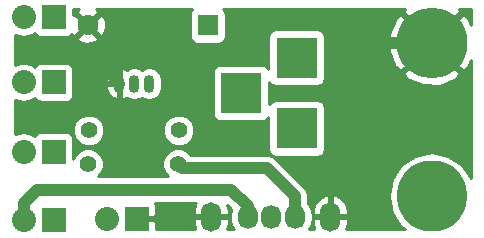
<source format=gbr>
G04 #@! TF.FileFunction,Copper,L2,Bot,Signal*
%FSLAX46Y46*%
G04 Gerber Fmt 4.6, Leading zero omitted, Abs format (unit mm)*
G04 Created by KiCad (PCBNEW 4.0.0-rc1-stable) date Sun Oct  2 07:22:39 2016*
%MOMM*%
G01*
G04 APERTURE LIST*
%ADD10C,0.100000*%
%ADD11R,2.032000X2.032000*%
%ADD12O,2.032000X2.032000*%
%ADD13C,1.778000*%
%ADD14R,1.778000X1.778000*%
%ADD15C,1.397000*%
%ADD16C,6.000000*%
%ADD17O,6.000000X6.000000*%
%ADD18O,0.899160X1.501140*%
%ADD19R,3.500120X3.500120*%
%ADD20O,1.727200X2.500000*%
%ADD21O,1.727200X2.032000*%
%ADD22C,1.000000*%
%ADD23C,0.254000*%
G04 APERTURE END LIST*
D10*
D11*
X51770000Y-42800000D03*
D12*
X49230000Y-42800000D03*
D11*
X51745000Y-48300000D03*
D12*
X49205000Y-48300000D03*
D11*
X51745000Y-54150000D03*
D12*
X49205000Y-54150000D03*
D11*
X51745000Y-59975000D03*
D12*
X49205000Y-59975000D03*
D11*
X58770000Y-59825000D03*
D12*
X56230000Y-59825000D03*
D13*
X54645000Y-43475000D03*
D14*
X64805000Y-43475000D03*
D15*
X62285000Y-55200000D03*
X54665000Y-55200000D03*
X62335000Y-52350000D03*
X54715000Y-52350000D03*
D16*
X83775000Y-44925000D03*
D17*
X83775000Y-57925000D03*
D18*
X58570000Y-48400000D03*
X59840000Y-48400000D03*
X57300000Y-48400000D03*
D19*
X72325000Y-52200140D03*
X72325000Y-46200660D03*
X67626000Y-49200400D03*
D20*
X75175000Y-59675000D03*
D21*
X72175000Y-59675000D03*
X70175000Y-59675000D03*
X68175000Y-59675000D03*
D20*
X65095000Y-59675000D03*
D22*
X66625000Y-45900000D02*
X58300000Y-45900000D01*
X69775000Y-42750000D02*
X66625000Y-45900000D01*
X77275000Y-42750000D02*
X69775000Y-42750000D01*
X79450000Y-44925000D02*
X77275000Y-42750000D01*
X83775000Y-44925000D02*
X79450000Y-44925000D01*
X56850000Y-47350000D02*
X56850000Y-47950000D01*
X56850000Y-47950000D02*
X57300000Y-48400000D01*
X58300000Y-45900000D02*
X56850000Y-47350000D01*
X83775000Y-47125000D02*
X83775000Y-44925000D01*
X49205000Y-59975000D02*
X49205000Y-58495000D01*
X66750000Y-57375000D02*
X68175000Y-58800000D01*
X50325000Y-57375000D02*
X66750000Y-57375000D01*
X49205000Y-58495000D02*
X50325000Y-57375000D01*
X68175000Y-58800000D02*
X68175000Y-59675000D01*
X68175000Y-59675000D02*
X68175000Y-58950000D01*
X62660000Y-55575000D02*
X69800000Y-55575000D01*
X72175000Y-57950000D02*
X72175000Y-59675000D01*
X69800000Y-55575000D02*
X72175000Y-57950000D01*
X72175000Y-59675000D02*
X72175000Y-58950000D01*
X62660000Y-55575000D02*
X62285000Y-55200000D01*
D23*
G36*
X53837467Y-42147461D02*
X53752409Y-42402804D01*
X54645000Y-43295395D01*
X55537591Y-42402804D01*
X55452533Y-42147461D01*
X55349955Y-42110000D01*
X63483068Y-42110000D01*
X63464559Y-42121910D01*
X63319569Y-42334110D01*
X63268560Y-42586000D01*
X63268560Y-44364000D01*
X63312838Y-44599317D01*
X63451910Y-44815441D01*
X63664110Y-44960431D01*
X63916000Y-45011440D01*
X65694000Y-45011440D01*
X65929317Y-44967162D01*
X66145441Y-44828090D01*
X66290431Y-44615890D01*
X66341440Y-44364000D01*
X66341440Y-42586000D01*
X66297162Y-42350683D01*
X66158090Y-42134559D01*
X66122147Y-42110000D01*
X81515590Y-42110000D01*
X81357975Y-42328370D01*
X83775000Y-44745395D01*
X86192025Y-42328370D01*
X86034410Y-42110000D01*
X87090000Y-42110000D01*
X87090000Y-43427789D01*
X86866854Y-42881361D01*
X86846277Y-42850566D01*
X86371630Y-42507975D01*
X83954605Y-44925000D01*
X86371630Y-47342025D01*
X86846277Y-46999434D01*
X87090000Y-46419252D01*
X87090000Y-56397926D01*
X86345333Y-55283453D01*
X85166054Y-54495484D01*
X83775000Y-54218786D01*
X82383946Y-54495484D01*
X81204667Y-55283453D01*
X80416698Y-56462732D01*
X80140000Y-57853786D01*
X80140000Y-57996214D01*
X80416698Y-59387268D01*
X81204667Y-60566547D01*
X81464258Y-60740000D01*
X76514451Y-60740000D01*
X76673600Y-60188400D01*
X76673600Y-59802000D01*
X75302000Y-59802000D01*
X75302000Y-59822000D01*
X75048000Y-59822000D01*
X75048000Y-59802000D01*
X73676400Y-59802000D01*
X73676400Y-60188400D01*
X73835549Y-60740000D01*
X73354551Y-60740000D01*
X73559526Y-60433234D01*
X73673600Y-59859745D01*
X73673600Y-59490255D01*
X73608227Y-59161600D01*
X73676400Y-59161600D01*
X73676400Y-59548000D01*
X75048000Y-59548000D01*
X75048000Y-57954783D01*
X75302000Y-57954783D01*
X75302000Y-59548000D01*
X76673600Y-59548000D01*
X76673600Y-59161600D01*
X76510925Y-58597778D01*
X76144868Y-58139127D01*
X75631157Y-57855473D01*
X75534026Y-57833642D01*
X75302000Y-57954783D01*
X75048000Y-57954783D01*
X74815974Y-57833642D01*
X74718843Y-57855473D01*
X74205132Y-58139127D01*
X73839075Y-58597778D01*
X73676400Y-59161600D01*
X73608227Y-59161600D01*
X73559526Y-58916766D01*
X73310000Y-58543324D01*
X73310000Y-57950000D01*
X73223603Y-57515654D01*
X72977566Y-57147434D01*
X70602566Y-54772434D01*
X70234346Y-54526397D01*
X69800000Y-54440000D01*
X63410536Y-54440000D01*
X63041353Y-54070173D01*
X62551413Y-53866732D01*
X62020914Y-53866269D01*
X61530620Y-54068854D01*
X61155173Y-54443647D01*
X60951732Y-54933587D01*
X60951269Y-55464086D01*
X61153854Y-55954380D01*
X61438976Y-56240000D01*
X55510685Y-56240000D01*
X55794827Y-55956353D01*
X55998268Y-55466413D01*
X55998731Y-54935914D01*
X55796146Y-54445620D01*
X55421353Y-54070173D01*
X54931413Y-53866732D01*
X54400914Y-53866269D01*
X53910620Y-54068854D01*
X53535173Y-54443647D01*
X53408440Y-54748854D01*
X53408440Y-53134000D01*
X53364162Y-52898683D01*
X53225090Y-52682559D01*
X53124877Y-52614086D01*
X53381269Y-52614086D01*
X53583854Y-53104380D01*
X53958647Y-53479827D01*
X54448587Y-53683268D01*
X54979086Y-53683731D01*
X55469380Y-53481146D01*
X55844827Y-53106353D01*
X56048268Y-52616413D01*
X56048270Y-52614086D01*
X61001269Y-52614086D01*
X61203854Y-53104380D01*
X61578647Y-53479827D01*
X62068587Y-53683268D01*
X62599086Y-53683731D01*
X63089380Y-53481146D01*
X63464827Y-53106353D01*
X63668268Y-52616413D01*
X63668731Y-52085914D01*
X63466146Y-51595620D01*
X63091353Y-51220173D01*
X62601413Y-51016732D01*
X62070914Y-51016269D01*
X61580620Y-51218854D01*
X61205173Y-51593647D01*
X61001732Y-52083587D01*
X61001269Y-52614086D01*
X56048270Y-52614086D01*
X56048731Y-52085914D01*
X55846146Y-51595620D01*
X55471353Y-51220173D01*
X54981413Y-51016732D01*
X54450914Y-51016269D01*
X53960620Y-51218854D01*
X53585173Y-51593647D01*
X53381732Y-52083587D01*
X53381269Y-52614086D01*
X53124877Y-52614086D01*
X53012890Y-52537569D01*
X52761000Y-52486560D01*
X50729000Y-52486560D01*
X50493683Y-52530838D01*
X50277559Y-52669910D01*
X50170767Y-52826206D01*
X49869155Y-52624675D01*
X49237345Y-52499000D01*
X49172655Y-52499000D01*
X48540845Y-52624675D01*
X48460000Y-52678694D01*
X48460000Y-49771306D01*
X48540845Y-49825325D01*
X49172655Y-49951000D01*
X49237345Y-49951000D01*
X49869155Y-49825325D01*
X50171962Y-49622996D01*
X50264910Y-49767441D01*
X50477110Y-49912431D01*
X50729000Y-49963440D01*
X52761000Y-49963440D01*
X52996317Y-49919162D01*
X53212441Y-49780090D01*
X53357431Y-49567890D01*
X53408440Y-49316000D01*
X53408440Y-48527000D01*
X56215420Y-48527000D01*
X56215420Y-48827990D01*
X56346580Y-49233373D01*
X56622889Y-49557706D01*
X57006065Y-49744981D01*
X57173000Y-49618068D01*
X57173000Y-48527000D01*
X56215420Y-48527000D01*
X53408440Y-48527000D01*
X53408440Y-47972010D01*
X56215420Y-47972010D01*
X56215420Y-48273000D01*
X57173000Y-48273000D01*
X57173000Y-47181932D01*
X57427000Y-47181932D01*
X57427000Y-48273000D01*
X57447000Y-48273000D01*
X57447000Y-48527000D01*
X57427000Y-48527000D01*
X57427000Y-49618068D01*
X57593935Y-49744981D01*
X57930762Y-49580359D01*
X58154949Y-49730156D01*
X58570000Y-49812715D01*
X58985051Y-49730156D01*
X59205000Y-49583191D01*
X59424949Y-49730156D01*
X59840000Y-49812715D01*
X60255051Y-49730156D01*
X60606914Y-49495049D01*
X60842021Y-49143186D01*
X60924580Y-48728135D01*
X60924580Y-48071865D01*
X60842021Y-47656814D01*
X60704060Y-47450340D01*
X65228500Y-47450340D01*
X65228500Y-50950460D01*
X65272778Y-51185777D01*
X65411850Y-51401901D01*
X65624050Y-51546891D01*
X65875940Y-51597900D01*
X69376060Y-51597900D01*
X69611377Y-51553622D01*
X69827501Y-51414550D01*
X69927500Y-51268197D01*
X69927500Y-53950200D01*
X69971778Y-54185517D01*
X70110850Y-54401641D01*
X70323050Y-54546631D01*
X70574940Y-54597640D01*
X74075060Y-54597640D01*
X74310377Y-54553362D01*
X74526501Y-54414290D01*
X74671491Y-54202090D01*
X74722500Y-53950200D01*
X74722500Y-50450080D01*
X74678222Y-50214763D01*
X74539150Y-49998639D01*
X74326950Y-49853649D01*
X74075060Y-49802640D01*
X70574940Y-49802640D01*
X70339623Y-49846918D01*
X70123499Y-49985990D01*
X70023500Y-50132343D01*
X70023500Y-48266415D01*
X70110850Y-48402161D01*
X70323050Y-48547151D01*
X70574940Y-48598160D01*
X74075060Y-48598160D01*
X74310377Y-48553882D01*
X74526501Y-48414810D01*
X74671491Y-48202610D01*
X74722500Y-47950720D01*
X74722500Y-47521630D01*
X81357975Y-47521630D01*
X81700566Y-47996277D01*
X83033800Y-48556342D01*
X84479875Y-48563568D01*
X85818639Y-48016854D01*
X85849434Y-47996277D01*
X86192025Y-47521630D01*
X83775000Y-45104605D01*
X81357975Y-47521630D01*
X74722500Y-47521630D01*
X74722500Y-45629875D01*
X80136432Y-45629875D01*
X80683146Y-46968639D01*
X80703723Y-46999434D01*
X81178370Y-47342025D01*
X83595395Y-44925000D01*
X81178370Y-42507975D01*
X80703723Y-42850566D01*
X80143658Y-44183800D01*
X80136432Y-45629875D01*
X74722500Y-45629875D01*
X74722500Y-44450600D01*
X74678222Y-44215283D01*
X74539150Y-43999159D01*
X74326950Y-43854169D01*
X74075060Y-43803160D01*
X70574940Y-43803160D01*
X70339623Y-43847438D01*
X70123499Y-43986510D01*
X69978509Y-44198710D01*
X69927500Y-44450600D01*
X69927500Y-47134645D01*
X69840150Y-46998899D01*
X69627950Y-46853909D01*
X69376060Y-46802900D01*
X65875940Y-46802900D01*
X65640623Y-46847178D01*
X65424499Y-46986250D01*
X65279509Y-47198450D01*
X65228500Y-47450340D01*
X60704060Y-47450340D01*
X60606914Y-47304951D01*
X60255051Y-47069844D01*
X59840000Y-46987285D01*
X59424949Y-47069844D01*
X59205000Y-47216809D01*
X58985051Y-47069844D01*
X58570000Y-46987285D01*
X58154949Y-47069844D01*
X57930762Y-47219641D01*
X57593935Y-47055019D01*
X57427000Y-47181932D01*
X57173000Y-47181932D01*
X57006065Y-47055019D01*
X56622889Y-47242294D01*
X56346580Y-47566627D01*
X56215420Y-47972010D01*
X53408440Y-47972010D01*
X53408440Y-47284000D01*
X53364162Y-47048683D01*
X53225090Y-46832559D01*
X53012890Y-46687569D01*
X52761000Y-46636560D01*
X50729000Y-46636560D01*
X50493683Y-46680838D01*
X50277559Y-46819910D01*
X50170767Y-46976206D01*
X49869155Y-46774675D01*
X49237345Y-46649000D01*
X49172655Y-46649000D01*
X48540845Y-46774675D01*
X48460000Y-46828694D01*
X48460000Y-44547196D01*
X53752409Y-44547196D01*
X53837467Y-44802539D01*
X54406965Y-45010516D01*
X55012700Y-44984723D01*
X55452533Y-44802539D01*
X55537591Y-44547196D01*
X54645000Y-43654605D01*
X53752409Y-44547196D01*
X48460000Y-44547196D01*
X48460000Y-44254602D01*
X48565845Y-44325325D01*
X49197655Y-44451000D01*
X49262345Y-44451000D01*
X49894155Y-44325325D01*
X50196962Y-44122996D01*
X50289910Y-44267441D01*
X50502110Y-44412431D01*
X50754000Y-44463440D01*
X52786000Y-44463440D01*
X53021317Y-44419162D01*
X53237441Y-44280090D01*
X53286630Y-44208100D01*
X53317461Y-44282533D01*
X53572804Y-44367591D01*
X54465395Y-43475000D01*
X54824605Y-43475000D01*
X55717196Y-44367591D01*
X55972539Y-44282533D01*
X56180516Y-43713035D01*
X56154723Y-43107300D01*
X55972539Y-42667467D01*
X55717196Y-42582409D01*
X54824605Y-43475000D01*
X54465395Y-43475000D01*
X53572804Y-42582409D01*
X53433440Y-42628833D01*
X53433440Y-42110000D01*
X53927906Y-42110000D01*
X53837467Y-42147461D01*
X53837467Y-42147461D01*
G37*
X53837467Y-42147461D02*
X53752409Y-42402804D01*
X54645000Y-43295395D01*
X55537591Y-42402804D01*
X55452533Y-42147461D01*
X55349955Y-42110000D01*
X63483068Y-42110000D01*
X63464559Y-42121910D01*
X63319569Y-42334110D01*
X63268560Y-42586000D01*
X63268560Y-44364000D01*
X63312838Y-44599317D01*
X63451910Y-44815441D01*
X63664110Y-44960431D01*
X63916000Y-45011440D01*
X65694000Y-45011440D01*
X65929317Y-44967162D01*
X66145441Y-44828090D01*
X66290431Y-44615890D01*
X66341440Y-44364000D01*
X66341440Y-42586000D01*
X66297162Y-42350683D01*
X66158090Y-42134559D01*
X66122147Y-42110000D01*
X81515590Y-42110000D01*
X81357975Y-42328370D01*
X83775000Y-44745395D01*
X86192025Y-42328370D01*
X86034410Y-42110000D01*
X87090000Y-42110000D01*
X87090000Y-43427789D01*
X86866854Y-42881361D01*
X86846277Y-42850566D01*
X86371630Y-42507975D01*
X83954605Y-44925000D01*
X86371630Y-47342025D01*
X86846277Y-46999434D01*
X87090000Y-46419252D01*
X87090000Y-56397926D01*
X86345333Y-55283453D01*
X85166054Y-54495484D01*
X83775000Y-54218786D01*
X82383946Y-54495484D01*
X81204667Y-55283453D01*
X80416698Y-56462732D01*
X80140000Y-57853786D01*
X80140000Y-57996214D01*
X80416698Y-59387268D01*
X81204667Y-60566547D01*
X81464258Y-60740000D01*
X76514451Y-60740000D01*
X76673600Y-60188400D01*
X76673600Y-59802000D01*
X75302000Y-59802000D01*
X75302000Y-59822000D01*
X75048000Y-59822000D01*
X75048000Y-59802000D01*
X73676400Y-59802000D01*
X73676400Y-60188400D01*
X73835549Y-60740000D01*
X73354551Y-60740000D01*
X73559526Y-60433234D01*
X73673600Y-59859745D01*
X73673600Y-59490255D01*
X73608227Y-59161600D01*
X73676400Y-59161600D01*
X73676400Y-59548000D01*
X75048000Y-59548000D01*
X75048000Y-57954783D01*
X75302000Y-57954783D01*
X75302000Y-59548000D01*
X76673600Y-59548000D01*
X76673600Y-59161600D01*
X76510925Y-58597778D01*
X76144868Y-58139127D01*
X75631157Y-57855473D01*
X75534026Y-57833642D01*
X75302000Y-57954783D01*
X75048000Y-57954783D01*
X74815974Y-57833642D01*
X74718843Y-57855473D01*
X74205132Y-58139127D01*
X73839075Y-58597778D01*
X73676400Y-59161600D01*
X73608227Y-59161600D01*
X73559526Y-58916766D01*
X73310000Y-58543324D01*
X73310000Y-57950000D01*
X73223603Y-57515654D01*
X72977566Y-57147434D01*
X70602566Y-54772434D01*
X70234346Y-54526397D01*
X69800000Y-54440000D01*
X63410536Y-54440000D01*
X63041353Y-54070173D01*
X62551413Y-53866732D01*
X62020914Y-53866269D01*
X61530620Y-54068854D01*
X61155173Y-54443647D01*
X60951732Y-54933587D01*
X60951269Y-55464086D01*
X61153854Y-55954380D01*
X61438976Y-56240000D01*
X55510685Y-56240000D01*
X55794827Y-55956353D01*
X55998268Y-55466413D01*
X55998731Y-54935914D01*
X55796146Y-54445620D01*
X55421353Y-54070173D01*
X54931413Y-53866732D01*
X54400914Y-53866269D01*
X53910620Y-54068854D01*
X53535173Y-54443647D01*
X53408440Y-54748854D01*
X53408440Y-53134000D01*
X53364162Y-52898683D01*
X53225090Y-52682559D01*
X53124877Y-52614086D01*
X53381269Y-52614086D01*
X53583854Y-53104380D01*
X53958647Y-53479827D01*
X54448587Y-53683268D01*
X54979086Y-53683731D01*
X55469380Y-53481146D01*
X55844827Y-53106353D01*
X56048268Y-52616413D01*
X56048270Y-52614086D01*
X61001269Y-52614086D01*
X61203854Y-53104380D01*
X61578647Y-53479827D01*
X62068587Y-53683268D01*
X62599086Y-53683731D01*
X63089380Y-53481146D01*
X63464827Y-53106353D01*
X63668268Y-52616413D01*
X63668731Y-52085914D01*
X63466146Y-51595620D01*
X63091353Y-51220173D01*
X62601413Y-51016732D01*
X62070914Y-51016269D01*
X61580620Y-51218854D01*
X61205173Y-51593647D01*
X61001732Y-52083587D01*
X61001269Y-52614086D01*
X56048270Y-52614086D01*
X56048731Y-52085914D01*
X55846146Y-51595620D01*
X55471353Y-51220173D01*
X54981413Y-51016732D01*
X54450914Y-51016269D01*
X53960620Y-51218854D01*
X53585173Y-51593647D01*
X53381732Y-52083587D01*
X53381269Y-52614086D01*
X53124877Y-52614086D01*
X53012890Y-52537569D01*
X52761000Y-52486560D01*
X50729000Y-52486560D01*
X50493683Y-52530838D01*
X50277559Y-52669910D01*
X50170767Y-52826206D01*
X49869155Y-52624675D01*
X49237345Y-52499000D01*
X49172655Y-52499000D01*
X48540845Y-52624675D01*
X48460000Y-52678694D01*
X48460000Y-49771306D01*
X48540845Y-49825325D01*
X49172655Y-49951000D01*
X49237345Y-49951000D01*
X49869155Y-49825325D01*
X50171962Y-49622996D01*
X50264910Y-49767441D01*
X50477110Y-49912431D01*
X50729000Y-49963440D01*
X52761000Y-49963440D01*
X52996317Y-49919162D01*
X53212441Y-49780090D01*
X53357431Y-49567890D01*
X53408440Y-49316000D01*
X53408440Y-48527000D01*
X56215420Y-48527000D01*
X56215420Y-48827990D01*
X56346580Y-49233373D01*
X56622889Y-49557706D01*
X57006065Y-49744981D01*
X57173000Y-49618068D01*
X57173000Y-48527000D01*
X56215420Y-48527000D01*
X53408440Y-48527000D01*
X53408440Y-47972010D01*
X56215420Y-47972010D01*
X56215420Y-48273000D01*
X57173000Y-48273000D01*
X57173000Y-47181932D01*
X57427000Y-47181932D01*
X57427000Y-48273000D01*
X57447000Y-48273000D01*
X57447000Y-48527000D01*
X57427000Y-48527000D01*
X57427000Y-49618068D01*
X57593935Y-49744981D01*
X57930762Y-49580359D01*
X58154949Y-49730156D01*
X58570000Y-49812715D01*
X58985051Y-49730156D01*
X59205000Y-49583191D01*
X59424949Y-49730156D01*
X59840000Y-49812715D01*
X60255051Y-49730156D01*
X60606914Y-49495049D01*
X60842021Y-49143186D01*
X60924580Y-48728135D01*
X60924580Y-48071865D01*
X60842021Y-47656814D01*
X60704060Y-47450340D01*
X65228500Y-47450340D01*
X65228500Y-50950460D01*
X65272778Y-51185777D01*
X65411850Y-51401901D01*
X65624050Y-51546891D01*
X65875940Y-51597900D01*
X69376060Y-51597900D01*
X69611377Y-51553622D01*
X69827501Y-51414550D01*
X69927500Y-51268197D01*
X69927500Y-53950200D01*
X69971778Y-54185517D01*
X70110850Y-54401641D01*
X70323050Y-54546631D01*
X70574940Y-54597640D01*
X74075060Y-54597640D01*
X74310377Y-54553362D01*
X74526501Y-54414290D01*
X74671491Y-54202090D01*
X74722500Y-53950200D01*
X74722500Y-50450080D01*
X74678222Y-50214763D01*
X74539150Y-49998639D01*
X74326950Y-49853649D01*
X74075060Y-49802640D01*
X70574940Y-49802640D01*
X70339623Y-49846918D01*
X70123499Y-49985990D01*
X70023500Y-50132343D01*
X70023500Y-48266415D01*
X70110850Y-48402161D01*
X70323050Y-48547151D01*
X70574940Y-48598160D01*
X74075060Y-48598160D01*
X74310377Y-48553882D01*
X74526501Y-48414810D01*
X74671491Y-48202610D01*
X74722500Y-47950720D01*
X74722500Y-47521630D01*
X81357975Y-47521630D01*
X81700566Y-47996277D01*
X83033800Y-48556342D01*
X84479875Y-48563568D01*
X85818639Y-48016854D01*
X85849434Y-47996277D01*
X86192025Y-47521630D01*
X83775000Y-45104605D01*
X81357975Y-47521630D01*
X74722500Y-47521630D01*
X74722500Y-45629875D01*
X80136432Y-45629875D01*
X80683146Y-46968639D01*
X80703723Y-46999434D01*
X81178370Y-47342025D01*
X83595395Y-44925000D01*
X81178370Y-42507975D01*
X80703723Y-42850566D01*
X80143658Y-44183800D01*
X80136432Y-45629875D01*
X74722500Y-45629875D01*
X74722500Y-44450600D01*
X74678222Y-44215283D01*
X74539150Y-43999159D01*
X74326950Y-43854169D01*
X74075060Y-43803160D01*
X70574940Y-43803160D01*
X70339623Y-43847438D01*
X70123499Y-43986510D01*
X69978509Y-44198710D01*
X69927500Y-44450600D01*
X69927500Y-47134645D01*
X69840150Y-46998899D01*
X69627950Y-46853909D01*
X69376060Y-46802900D01*
X65875940Y-46802900D01*
X65640623Y-46847178D01*
X65424499Y-46986250D01*
X65279509Y-47198450D01*
X65228500Y-47450340D01*
X60704060Y-47450340D01*
X60606914Y-47304951D01*
X60255051Y-47069844D01*
X59840000Y-46987285D01*
X59424949Y-47069844D01*
X59205000Y-47216809D01*
X58985051Y-47069844D01*
X58570000Y-46987285D01*
X58154949Y-47069844D01*
X57930762Y-47219641D01*
X57593935Y-47055019D01*
X57427000Y-47181932D01*
X57173000Y-47181932D01*
X57006065Y-47055019D01*
X56622889Y-47242294D01*
X56346580Y-47566627D01*
X56215420Y-47972010D01*
X53408440Y-47972010D01*
X53408440Y-47284000D01*
X53364162Y-47048683D01*
X53225090Y-46832559D01*
X53012890Y-46687569D01*
X52761000Y-46636560D01*
X50729000Y-46636560D01*
X50493683Y-46680838D01*
X50277559Y-46819910D01*
X50170767Y-46976206D01*
X49869155Y-46774675D01*
X49237345Y-46649000D01*
X49172655Y-46649000D01*
X48540845Y-46774675D01*
X48460000Y-46828694D01*
X48460000Y-44547196D01*
X53752409Y-44547196D01*
X53837467Y-44802539D01*
X54406965Y-45010516D01*
X55012700Y-44984723D01*
X55452533Y-44802539D01*
X55537591Y-44547196D01*
X54645000Y-43654605D01*
X53752409Y-44547196D01*
X48460000Y-44547196D01*
X48460000Y-44254602D01*
X48565845Y-44325325D01*
X49197655Y-44451000D01*
X49262345Y-44451000D01*
X49894155Y-44325325D01*
X50196962Y-44122996D01*
X50289910Y-44267441D01*
X50502110Y-44412431D01*
X50754000Y-44463440D01*
X52786000Y-44463440D01*
X53021317Y-44419162D01*
X53237441Y-44280090D01*
X53286630Y-44208100D01*
X53317461Y-44282533D01*
X53572804Y-44367591D01*
X54465395Y-43475000D01*
X54824605Y-43475000D01*
X55717196Y-44367591D01*
X55972539Y-44282533D01*
X56180516Y-43713035D01*
X56154723Y-43107300D01*
X55972539Y-42667467D01*
X55717196Y-42582409D01*
X54824605Y-43475000D01*
X54465395Y-43475000D01*
X53572804Y-42582409D01*
X53433440Y-42628833D01*
X53433440Y-42110000D01*
X53927906Y-42110000D01*
X53837467Y-42147461D01*
G36*
X63759075Y-58597778D02*
X63596400Y-59161600D01*
X63596400Y-59548000D01*
X64968000Y-59548000D01*
X64968000Y-59528000D01*
X65222000Y-59528000D01*
X65222000Y-59548000D01*
X66593600Y-59548000D01*
X66593600Y-59161600D01*
X66456586Y-58686718D01*
X66773246Y-59003378D01*
X66676400Y-59490255D01*
X66676400Y-59859745D01*
X66790474Y-60433234D01*
X66995449Y-60740000D01*
X66434451Y-60740000D01*
X66593600Y-60188400D01*
X66593600Y-59802000D01*
X65222000Y-59802000D01*
X65222000Y-59822000D01*
X64968000Y-59822000D01*
X64968000Y-59802000D01*
X63596400Y-59802000D01*
X63596400Y-60188400D01*
X63755549Y-60740000D01*
X60421000Y-60740000D01*
X60421000Y-60110750D01*
X60262250Y-59952000D01*
X58897000Y-59952000D01*
X58897000Y-59972000D01*
X58643000Y-59972000D01*
X58643000Y-59952000D01*
X58623000Y-59952000D01*
X58623000Y-59698000D01*
X58643000Y-59698000D01*
X58643000Y-59678000D01*
X58897000Y-59678000D01*
X58897000Y-59698000D01*
X60262250Y-59698000D01*
X60421000Y-59539250D01*
X60421000Y-58682690D01*
X60349469Y-58510000D01*
X63829132Y-58510000D01*
X63759075Y-58597778D01*
X63759075Y-58597778D01*
G37*
X63759075Y-58597778D02*
X63596400Y-59161600D01*
X63596400Y-59548000D01*
X64968000Y-59548000D01*
X64968000Y-59528000D01*
X65222000Y-59528000D01*
X65222000Y-59548000D01*
X66593600Y-59548000D01*
X66593600Y-59161600D01*
X66456586Y-58686718D01*
X66773246Y-59003378D01*
X66676400Y-59490255D01*
X66676400Y-59859745D01*
X66790474Y-60433234D01*
X66995449Y-60740000D01*
X66434451Y-60740000D01*
X66593600Y-60188400D01*
X66593600Y-59802000D01*
X65222000Y-59802000D01*
X65222000Y-59822000D01*
X64968000Y-59822000D01*
X64968000Y-59802000D01*
X63596400Y-59802000D01*
X63596400Y-60188400D01*
X63755549Y-60740000D01*
X60421000Y-60740000D01*
X60421000Y-60110750D01*
X60262250Y-59952000D01*
X58897000Y-59952000D01*
X58897000Y-59972000D01*
X58643000Y-59972000D01*
X58643000Y-59952000D01*
X58623000Y-59952000D01*
X58623000Y-59698000D01*
X58643000Y-59698000D01*
X58643000Y-59678000D01*
X58897000Y-59678000D01*
X58897000Y-59698000D01*
X60262250Y-59698000D01*
X60421000Y-59539250D01*
X60421000Y-58682690D01*
X60349469Y-58510000D01*
X63829132Y-58510000D01*
X63759075Y-58597778D01*
M02*

</source>
